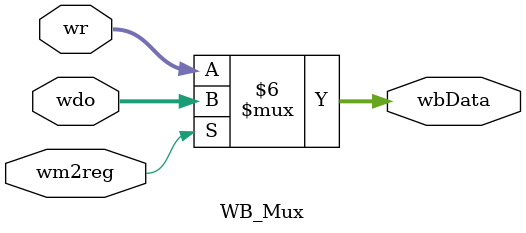
<source format=v>
`timescale 1ns / 1ps


module DataPath(
    input clk,
    
    // IF/ID outputs
    output [31:0] pc,
    output [31:0] dinstOut,
    
    // ID/EXE outputs
    output ewreg,
    output em2reg, 
    output ewmem,
    output [3:0] ealuc,
    output ealuimm,
    output [4:0] edestReg,
    output [31:0] eqa,
    output [31:0] eqb,
    output [31:0] eimm32,
    
    // EXE/MEM outputs
    output mwreg,
    output mm2reg,
    output mwmem,
    output [4:0] mdestReg,
    output [31:0] mr,
    output [31:0] mqb,
    
    // MEM/WB outputs
    output wwreg,
    output wm2reg,
    output [4:0] wdestReg,
    output [31:0] wr,
    output [31:0] wdo,
    
    output [31:0] qa_regfile,
    output [31:0] qb_regfile
);

    // Declaring all the wires
    wire [31:0] nextPc;
    wire [31:0] instOut;
    
    wire [5:0] op    = dinstOut[31:26];
    wire [5:0] func  = dinstOut[5:0];
    wire [4:0] rt    = dinstOut[20:16];
    wire [4:0] rd    = dinstOut[15:11];
    wire [4:0] rs    = dinstOut[25:21];

    wire wreg, m2reg_sig, wmem, aluimm, regrt;
    wire [3:0] aluc;
    wire [31:0] qa, qb, imm32;
    wire [4:0] destReg;
    
    wire ewreg_wire, em2reg_wire, ewmem_wire;
    wire [3:0] ealuc_wire;
    wire ealuimm_wire;
    wire [4:0] edestReg_wire;
    wire [31:0] eqa_wire, eqb_wire, eimm32_wire;
    
    wire [31:0] alu_b;
    wire [31:0] alu_result;
    wire [31:0] mdo;
    
    wire [31:0] wbData;
    
    
    // Lab 5 part 
    // Wirs for the forwardig control signal
    wire [1:0] fwda;
    wire [1:0] fwdb;
    
    reg [31:0] forwardA;
    reg [31:0] forwardB;
    
    // MUX A
    always @(*) begin 
        case (fwda)
            2'b00: forwardA = qa;
            2'b01: forwardA = alu_result;
            2'b10: forwardA = mr;
            2'b11: forwardA = wbData;
            default: forwardA = qa;
         endcase
     end
     
     
     // MUX B
    always @(*) begin 
        case (fwdb)
            2'b00: forwardB = qb;
            2'b01: forwardB = alu_result;
            2'b10: forwardB = mr;
            2'b11: forwardB = wbData;
            default: forwardB = qb;
         endcase
     end
    
    
    // Instantiating all the modules
    
    // IF Stage
    ProgramCounter PC(
        .clk(clk),
        .nextPc(nextPc),
        .pc(pc)
    );
    
    InstructionMemory instr_mem(
        .pc(pc),
        .instOut(instOut)
    );
    
    PCAdder pc_adder(
        .pc(pc),
        .nextPc(nextPc)
    );
    
    IFID_PipelineRegister if_id_reg(
        .clk(clk),
        .instOut(instOut),
        .dinstOut(dinstOut)
    );
    
    // ID Stage
    Control_Unit control_unit (
        .op(op),
        .func(func),
        .wreg(wreg),
        .m2reg(m2reg_sig),
        .wmem(wmem),
        .aluimm(aluimm),
        .regrt(regrt),
        .aluc(aluc)
    );
    
    Regrt_MUX regrt_mux (
        .rt(rt),
        .rd(rd),
        .regrt(regrt),
        .destReg(destReg)
    );
    
    Register_File reg_file (
        .rs(rs),
        .rt(rt),
        .qa(qa),
        .qb(qb),
        .wdestReg(wdestReg),
        .wbData(wbData),
        .wwreg(wwreg),
        .clk(clk)
        
    );
    
    // Forward qa and qb to output ports
    assign qa_regfile = qa;
    assign qb_regfile = qb;
    
    Immediate_Extender imm_ext (
        .imm(dinstOut[15:0]),
        .imm32(imm32)
    );
    
    ID_EXE_Pipeline id_exe_pipeline (
        .wreg(wreg),
        .m2reg(m2reg_sig),
        .wmem(wmem),
        .aluc(aluc),
        .aluimm(aluimm),
        .destReg(destReg),
        .qa(forwardA),
        .qb(forwardB),
        .imm32(imm32),
        .clk(clk),
        .ewreg(ewreg_wire),
        .em2reg(em2reg_wire),
        .ewmem(ewmem_wire),
        .ealuc(ealuc_wire), 
        .ealuimm(ealuimm_wire),
        .edestReg(edestReg_wire),
        .eqa(eqa_wire),
        .eqb(eqb_wire),
        .eimm32(eimm32_wire)
    );
    
    assign ewreg    = ewreg_wire;
    assign em2reg   = em2reg_wire;
    assign ewmem    = ewmem_wire;
    assign ealuc    = ealuc_wire;
    assign ealuimm  = ealuimm_wire;
    assign edestReg = edestReg_wire;
    assign eqa      = eqa_wire;
    assign eqb      = eqb_wire;
    assign eimm32   = eimm32_wire;
    
    // EXE Stage
    ALU_Mux alu_mux(
        .ealuimm(ealuimm_wire),
        .eqb(eqb_wire),
        .eimm32(eimm32_wire),
        .b(alu_b)
    );
    
    ALU alu_inst(
        .eqa(eqa_wire),
        .b(alu_b),
        .ealuc(ealuc_wire),
        .r(alu_result)
    );
    
    // EXE/MEM Pipeline
    EXE_MEM_Pipeline exe_mem_pipeline (
        .clk(clk),
        .ewreg(ewreg_wire),
        .em2reg(em2reg_wire),
        .ewmem(ewmem_wire),
        .edestReg(edestReg_wire),
        .r(alu_result),
        .eqb(eqb_wire),
        .mwreg(mwreg),
        .mm2reg(mm2reg),
        .mwmem(mwmem),
        .mdestReg(mdestReg),
        .mr(mr),
        .mqb(mqb)
    );
    
    // Memory Stage
    DataMemory data_mem(
        .clk(clk),
        .mr(mr),
        .mqb(mqb),
        .mwmem(mwmem),
        .mdo(mdo)
    );
    
    // MEM/WB Pipeline
    MEM_WB_Pipeline mem_wb_pipeline (
        .clk(clk),
        .mwreg(mwreg),
        .mm2reg(mm2reg),
        .mdestReg(mdestReg),
        .mr(mr),
        .mdo(mdo),
        .wwreg(wwreg),
        .wm2reg(wm2reg),
        .wdestReg(wdestReg),
        .wr(wr),
        .wdo(wdo)
    );
    
    // WB MUX
    WB_Mux wb_mux(
        .wr(wr),
        .wdo(wdo),
        .wm2reg(wm2reg),
        .wbData(wbData)
    );
    
    // New addition as part of Project
    // Forwarding Unit
    ForwardingUnit forward_unit (
    .rs(rs),
    .rt(rt),
    .edestReg(edestReg_wire),
    .mdestReg(mdestReg),
    .wdestReg(wdestReg),
    .ewreg(ewreg_wire),
    .mwreg(mwreg),
    .wwreg(wwreg),
    .fwda(fwda),
    .fwdb(fwdb)
);
    
endmodule

// IF Stage Modules

// Program Counter
module ProgramCounter(
    input clk,
    input [31:0] nextPc,
    
    output reg [31:0] pc
);
    initial begin
        pc = 32'd100;  // Should be decimal value, as stated in the video
    end
    always @(posedge clk) begin
        pc <= nextPc;
    end
endmodule

// Instruction Memory
module InstructionMemory(
    input [31:0] pc,
    output reg [31:0] instOut
);
    // 32 x 64-word memory (each word is 32 bits): Given in the Lab file
    reg [31:0] memory [0:63];
    
    initial begin
    memory[25] = 32'h00221820;   // add $3, $1, $2
    memory[26] = 32'h01232022;   // sub $4, $9, $3
    memory[27] = 32'h00692825;   // or $5, $3, $9
    memory[28] = 32'h00693026;   // xor $6, $3, $9
    memory[29] = 32'h00693824;   // and $7, $3, $9
    end
    
    always @(*) begin
        instOut = memory[pc[7:2]];
    end
endmodule

// PC Adder
module PCAdder(
    input [31:0] pc,
    output reg [31:0] nextPc
);
    always @(*) begin
        nextPc = pc + 4;
    end
endmodule

// IF/ID Pipeline Register
module IFID_PipelineRegister(
    input clk,
    input [31:0] instOut,
    output reg [31:0] dinstOut
);
    always @(posedge clk) begin
        dinstOut <= instOut;
    end 
endmodule

// ID Stage Modules

// Control Unit
module Control_Unit(
    input [5:0] op,
    input [5:0] func,
    
    output reg wreg,
    output reg m2reg,
    output reg wmem,
    output reg aluimm,
    output reg regrt,
    output reg [3:0] aluc
);
    always @(*) begin
        case (op)
            6'b000000: begin // R-type
                case (func)
                    6'b100000: begin // add
                        wreg    = 1;
                        m2reg   = 0;
                        wmem    = 0;
                        aluc    = 4'b0010; // ADD
                        aluimm  = 0;
                        regrt   = 0;
                    end
                    6'b100010: begin // sub
                        wreg    = 1;
                        m2reg   = 0;
                        wmem    = 0;
                        aluc    = 4'b0110; // SUBTRACT
                        aluimm  = 0;
                        regrt   = 0;
                    end
                    6'b100101: begin // or
                        wreg    = 1;
                        m2reg   = 0;
                        wmem    = 0;
                        aluc    = 4'b0001; // OR
                        aluimm  = 0;
                        regrt   = 0;
                    end
                    6'b100110: begin // xor
                        wreg    = 1;
                        m2reg   = 0;
                        wmem    = 0;
                        aluc    = 4'b1100; // XOR
                        aluimm  = 0;
                        regrt   = 0;
                    end
                    6'b100100: begin // and
                        wreg    = 1;
                        m2reg   = 0;
                        wmem    = 0;
                        aluc    = 4'b0000; // AND
                        aluimm  = 0;
                        regrt   = 0;
                    end
                    default: begin
                        wreg = 0; m2reg = 0; wmem = 0; aluc = 4'b0000; aluimm = 0; regrt = 0;
                    end
                endcase
            end
            6'b100011: begin // Load Word (lw)
                wreg    = 1;
                m2reg   = 1;
                wmem    = 0;
                aluc    = 4'b0010; // ADD
                aluimm  = 1;
                regrt   = 1;
            end
            6'b101011: begin // Store Word (sw)
                wreg    = 0;
                m2reg   = 0;
                wmem    = 1;
                aluc    = 4'b0010; // ADD
                aluimm  = 1;
                regrt   = 1'bx;
            end
            default: begin
                wreg = 0; m2reg = 0; wmem = 0; aluc = 4'b0000; aluimm = 0; regrt = 0;
            end
        endcase
    end
endmodule
// Regrt MUX
module Regrt_MUX(
    input [4:0] rt,
    input [4:0] rd,
    input regrt,
    
    output reg [4:0] destReg
);
    always @(*) begin
        if (regrt)
            destReg = rt;  // For I-type instructions, destination is rt
        else
            destReg = rd;  // For R-type, destination is rd
    end
endmodule

// Register File
module Register_File(
    input [4:0] rs,
    input [4:0] rt,
    
    // Updated inputs for Lab 5
    input [4:0] wdestReg,
    input [31:0] wbData,
    input wwreg,
    input clk,
    
    output reg [31:0] qa,
    output reg [31:0] qb
);
    reg [31:0] registers [0:31];
    integer i;
    
    // Register File new words initialized for Lab 5
    initial begin
        registers[0] = 32'h00000000;
        registers[1] = 32'hA00000AA;
        registers[2] = 32'h10000011;
        registers[3] = 32'h20000022;
        registers[4] = 32'h30000033;
        registers[5] = 32'h40000044;
        registers[6] = 32'h50000055;
        registers[7] = 32'h60000066;
        registers[8] = 32'h70000077;
        registers[9] = 32'h80000088;
        registers[10] = 32'h90000099;
        
        for (i = 11; i < 32; i = i + 1)
            registers[i] = 32'h0;
end
    
    always @(*) begin
        qa = registers[rs];
        qb = registers[rt];
    end
    
    always @(negedge clk) begin
        if (wwreg && wdestReg != 0) begin      // If register write is enabled and the destination register is not $zero, then write wbData to that register

            registers[wdestReg] <= wbData;
         end
    end
endmodule

// Immediate Extender
module Immediate_Extender(
    input [15:0] imm,
    output reg [31:0] imm32
);
    always @(*) begin
        imm32 = {{16{imm[15]}}, imm[15:0]};
    end
endmodule

// Forwarding Unit 
 module ForwardingUnit(
    input [4:0] rs,       
    input [4:0] rt,       
    input [4:0] edestReg, 
    input [4:0] mdestReg, 
    input [4:0] wdestReg, 
    input ewreg,          
    input mwreg,          
    input wwreg,          

    output reg [1:0] fwda, 
    output reg [1:0] fwdb   
);

always @(*) begin

    fwda = 2'b00;
    fwdb = 2'b00;

    // Forward A
    if (ewreg && (edestReg != 0) && (edestReg == rs)) 
        fwda = 2'b01; // EXE stage
    else if (mwreg && (mdestReg != 0) && (mdestReg == rs)) 
        fwda = 2'b10; // MEM stage
    else if (wwreg && (wdestReg != 0) && (wdestReg == rs))
        fwda = 2'b11; // WB stage

    // Forward B
    if (ewreg && (edestReg != 0) && (edestReg == rt)) 
        fwdb = 2'b01; // EXE stage
    else if (mwreg && (mdestReg != 0) && (mdestReg == rt)) 
        fwdb = 2'b10; // MEM stage
    else if (wwreg && (wdestReg != 0) && (wdestReg == rt))
        fwdb = 2'b11; // WB stage
end

endmodule
     

// ID/EXE Pipeline Register
module ID_EXE_Pipeline(
    input wreg,
    input m2reg,
    input wmem,
    input [3:0] aluc,
    input aluimm,
    input [4:0] destReg,
    input [31:0] qa,
    input [31:0] qb,
    input [31:0] imm32,
    input clk,
    
    output reg ewreg,
    output reg em2reg,
    output reg ewmem,
    output reg [3:0] ealuc,
    output reg ealuimm,
    output reg [4:0] edestReg,
    output reg [31:0] eqa,
    output reg [31:0] eqb,
    output reg [31:0] eimm32
);
    always @(posedge clk) begin
        ewreg    <= wreg;
        em2reg   <= m2reg;
        ewmem    <= wmem;
        ealuc    <= aluc;
        ealuimm  <= aluimm;
        edestReg <= destReg;
        eqa      <= qa;
        eqb      <= qb;
        eimm32   <= imm32;
    end
endmodule

// EXE (Execute) Stage Modules

// ALU Multiplexer
module ALU_Mux(
    input ealuimm,
    input [31:0] eqb,
    input [31:0] eimm32,
    
    output reg [31:0] b
);
    always @(*) begin
        if (ealuimm)
            b = eimm32;
        else
            b = eqb;
    end
endmodule

// ALU
module ALU(
    input [31:0] eqa,
    input [31:0] b,
    input [3:0] ealuc,
    
    output reg [31:0] r
);
    always @(*) begin
        case(ealuc)                       // Adding additonal opeartions for future references
            4'b0000: r = eqa & b;         // AND
            4'b0001: r = eqa | b;         // OR
            4'b0010: r = eqa + b;         // ADD
            4'b0110: r = eqa - b;         // SUBTRACT
            4'b1100: r = eqa ^ b;         // XOR
            default: r = 0;
        endcase
    end
endmodule

// EXE/MEM Pipeline Register
module EXE_MEM_Pipeline(
    input clk,
    input ewreg,
    input em2reg,
    input ewmem,
    input [4:0] edestReg,
    input [31:0] r,
    input [31:0] eqb,
    
    output reg mwreg,
    output reg mm2reg,
    output reg mwmem,
    output reg [4:0] mdestReg,
    output reg [31:0] mr,
    output reg [31:0] mqb
);
    always @(posedge clk) begin
        mwreg   <= ewreg;
        mm2reg  <= em2reg;
        mwmem   <= ewmem;
        mdestReg<= edestReg;
        mr      <= r;
        mqb     <= eqb;
    end
endmodule

// MEM (Memory Access) Stage Modules

// DataMemory
module DataMemory(
    input clk,
    input [31:0] mr,
    input [31:0] mqb,
    input mwmem,
    
    output reg [31:0] mdo
);
    reg [31:0] dataMemory [0:63];
    integer i;
    
    initial begin
        // Part 6. of Lab 4
        dataMemory[0] = 32'hA00000AA;
        dataMemory[1] = 32'h10000011;
        dataMemory[2] = 32'h20000022;
        dataMemory[3] = 32'h30000033;
        dataMemory[4] = 32'h40000044;
        dataMemory[5] = 32'h50000055;
        dataMemory[6] = 32'h60000066;
        dataMemory[7] = 32'h70000077;
        dataMemory[8] = 32'h80000088;
        dataMemory[9] = 32'h90000099;
        
        for(i = 10; i < 64; i = i + 1) begin
            dataMemory[i] = 0;
        end
    end
    
    // Read operation
    always @(*) begin
        mdo = dataMemory[mr[7:2]];
    end
    
    // Write operation on negative edge
    always @(negedge clk) begin
        if(mwmem)
            dataMemory[mr[7:2]] <= mqb;
    end
endmodule

// WB (Write-Back) Stage Modules

// MEM/WB Pipeline Register
module MEM_WB_Pipeline(
    input clk,
    input mwreg,
    input mm2reg,
    input [4:0] mdestReg,
    input [31:0] mr,
    input [31:0] mdo,
    
    output reg wwreg,
    output reg wm2reg,
    output reg [4:0] wdestReg,
    output reg [31:0] wr,
    output reg [31:0] wdo
);
    always @(posedge clk) begin
        wwreg   <= mwreg;
        wm2reg  <= mm2reg;
        wdestReg<= mdestReg;
        wr      <= mr;
        wdo     <= mdo;
    end
endmodule
        
// Writeback Multiplexer
module WB_Mux(
    input [31:0] wr,
    input [31:0] wdo,
    input wm2reg,
    
    output reg [31:0] wbData
);
    always @(*) begin
        if (wm2reg == 1'b0)
            wbData = wr;
        else
            wbData = wdo;
    end
endmodule








</source>
